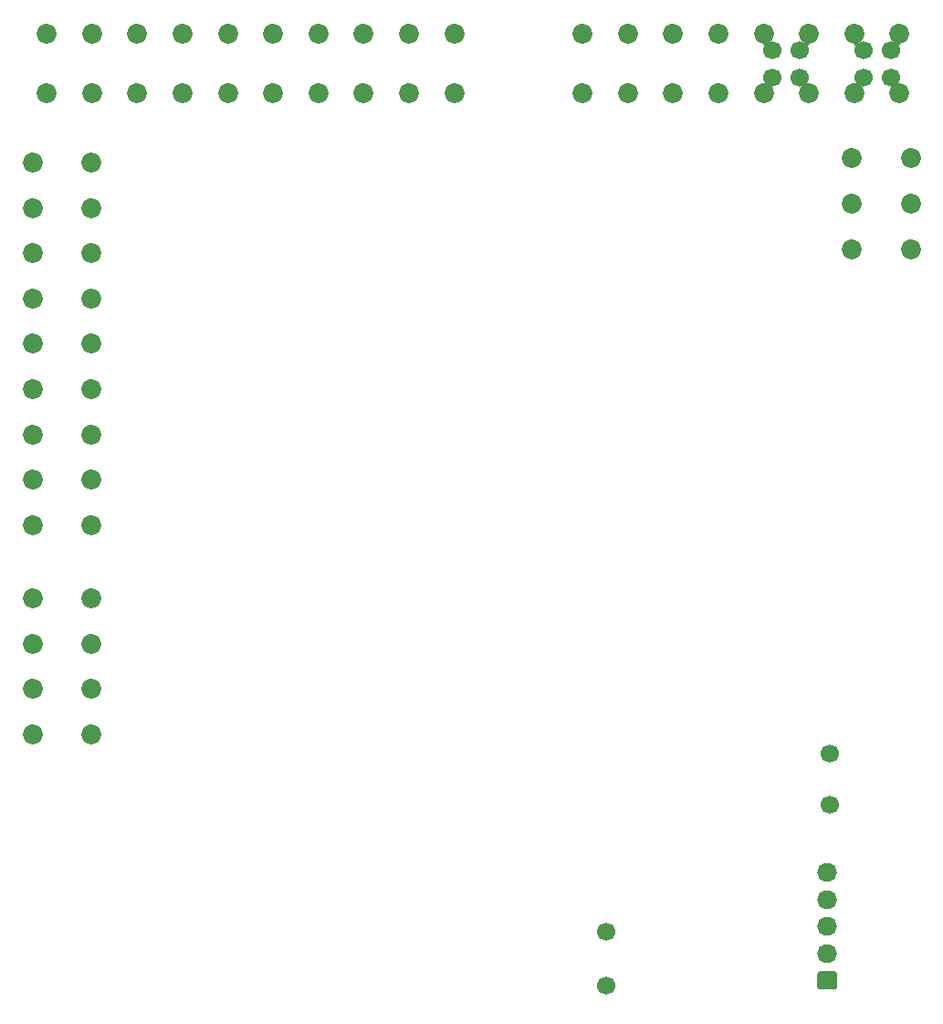
<source format=gtl>
G04 #@! TF.GenerationSoftware,KiCad,Pcbnew,7.0.5*
G04 #@! TF.CreationDate,2024-01-29T23:54:35+03:00*
G04 #@! TF.ProjectId,uaefi-module,75616566-692d-46d6-9f64-756c652e6b69,rev?*
G04 #@! TF.SameCoordinates,PX55d4a80PY8f0d180*
G04 #@! TF.FileFunction,Copper,L1,Top*
G04 #@! TF.FilePolarity,Positive*
%FSLAX46Y46*%
G04 Gerber Fmt 4.6, Leading zero omitted, Abs format (unit mm)*
G04 Created by KiCad (PCBNEW 7.0.5) date 2024-01-29 23:54:35*
%MOMM*%
%LPD*%
G01*
G04 APERTURE LIST*
G04 #@! TA.AperFunction,ComponentPad*
%ADD10C,1.850000*%
G04 #@! TD*
G04 #@! TA.AperFunction,ComponentPad*
%ADD11C,1.700000*%
G04 #@! TD*
G04 #@! TA.AperFunction,ComponentPad*
%ADD12O,1.850000X1.700000*%
G04 #@! TD*
G04 #@! TA.AperFunction,ComponentPad*
%ADD13C,1.800000*%
G04 #@! TD*
G04 #@! TA.AperFunction,Conductor*
%ADD14C,0.500000*%
G04 #@! TD*
G04 #@! TA.AperFunction,Conductor*
%ADD15C,0.200000*%
G04 #@! TD*
G04 APERTURE END LIST*
D10*
G04 #@! TO.P,P4,1*
G04 #@! TO.N,Net-(BRD1-GND-PadA4)*
X9300126Y38400000D03*
G04 #@! TD*
G04 #@! TO.P,P20,1*
G04 #@! TO.N,Net-(BRD1-OUT_IGN3)*
X14800126Y53600000D03*
G04 #@! TD*
G04 #@! TO.P,P54,1*
G04 #@! TO.N,Net-(BRD1-CAN-)*
X89725126Y90725000D03*
G04 #@! TD*
G04 #@! TO.P,P19,1*
G04 #@! TO.N,Net-(BRD1-OUT_IGN4)*
X14800126Y49400000D03*
G04 #@! TD*
G04 #@! TO.P,P29,1*
G04 #@! TO.N,Net-(BRD1-IN_AUX2)*
X19025126Y90725000D03*
G04 #@! TD*
D11*
G04 #@! TO.P,P71,1,Pin_1*
G04 #@! TO.N,Net-(BRD1-LED_YELLOW)*
X62525126Y2500000D03*
G04 #@! TD*
D10*
G04 #@! TO.P,P14,1*
G04 #@! TO.N,Net-(BRD1-OUT_INJ1)*
X9300126Y66200000D03*
G04 #@! TD*
G04 #@! TO.P,P47,1*
G04 #@! TO.N,Net-(BRD1-IN_AUX1)*
X60325126Y90725000D03*
G04 #@! TD*
G04 #@! TO.P,P62,1*
G04 #@! TO.N,Net-(BRD1-IN_CLT)*
X89725126Y85225000D03*
G04 #@! TD*
G04 #@! TO.P,P13,1*
G04 #@! TO.N,Net-(BRD1-OUT_INJ2)*
X9300126Y62000000D03*
G04 #@! TD*
G04 #@! TO.P,P12,1*
G04 #@! TO.N,Net-(BRD1-OUT_INJ3)*
X9300126Y57800000D03*
G04 #@! TD*
G04 #@! TO.P,P36,1*
G04 #@! TO.N,Net-(BRD1-EGT+)*
X48425126Y90725000D03*
G04 #@! TD*
G04 #@! TO.P,P67,1*
G04 #@! TO.N,Net-(BRD1-WBO_Ip)*
X85250126Y75000000D03*
G04 #@! TD*
G04 #@! TO.P,P52,1*
G04 #@! TO.N,Net-(BRD1-IN_PPS1)*
X81325126Y90725000D03*
G04 #@! TD*
G04 #@! TO.P,P35,1*
G04 #@! TO.N,Net-(BRD1-IN_BUTTON3)*
X44225126Y90725000D03*
G04 #@! TD*
G04 #@! TO.P,P32,1*
G04 #@! TO.N,Net-(BRD1-IN_HALL2)*
X31625126Y90725000D03*
G04 #@! TD*
G04 #@! TO.P,P17,1*
G04 #@! TO.N,Net-(BRD1-OUT_LS_WEAK1)*
X9300126Y78800000D03*
G04 #@! TD*
G04 #@! TO.P,P65,1*
G04 #@! TO.N,Net-(BRD1-WBO_Heater)*
X90750126Y70800000D03*
G04 #@! TD*
G04 #@! TO.P,P60,1*
G04 #@! TO.N,Net-(BRD1-IN_KNOCK_RAW)*
X81325126Y85225000D03*
G04 #@! TD*
G04 #@! TO.P,P30,1*
G04 #@! TO.N,Net-(BRD1-IN_PPS2)*
X23225126Y90725000D03*
G04 #@! TD*
G04 #@! TO.P,P11,1*
G04 #@! TO.N,Net-(BRD1-OUT_INJ4)*
X9300126Y53600000D03*
G04 #@! TD*
G04 #@! TO.P,P33,1*
G04 #@! TO.N,Net-(BRD1-IN_HALL3)*
X35825126Y90725000D03*
G04 #@! TD*
G04 #@! TO.P,P43,1*
G04 #@! TO.N,Net-(BRD1-VR2-)*
X35825126Y85225000D03*
G04 #@! TD*
G04 #@! TO.P,P61,1*
G04 #@! TO.N,Net-(BRD1-IN_IAT)*
X85525126Y85245000D03*
G04 #@! TD*
G04 #@! TO.P,P8,1*
G04 #@! TO.N,Net-(BRD1-IN_V_MAIN)*
X14800126Y38400000D03*
G04 #@! TD*
G04 #@! TO.P,P25,1*
G04 #@! TO.N,Net-(BRD1-OUT_LS3)*
X14800126Y74600000D03*
G04 #@! TD*
G04 #@! TO.P,P48,1*
G04 #@! TO.N,Net-(BRD1-IN_BUTTON1)*
X64525126Y90725000D03*
G04 #@! TD*
G04 #@! TO.P,P49,1*
G04 #@! TO.N,Net-(BRD1-+5VP-PadD3)*
X68725126Y90725000D03*
G04 #@! TD*
G04 #@! TO.P,J1,1,Pin_1*
G04 #@! TO.N,Net-(BRD1-VBUS)*
G04 #@! TA.AperFunction,ComponentPad*
G36*
G01*
X83700126Y2150000D02*
X82350126Y2150000D01*
G75*
G02*
X82100126Y2400000I0J250000D01*
G01*
X82100126Y3600000D01*
G75*
G02*
X82350126Y3850000I250000J0D01*
G01*
X83700126Y3850000D01*
G75*
G02*
X83950126Y3600000I0J-250000D01*
G01*
X83950126Y2400000D01*
G75*
G02*
X83700126Y2150000I-250000J0D01*
G01*
G37*
G04 #@! TD.AperFunction*
D12*
G04 #@! TO.P,J1,2,Pin_2*
G04 #@! TO.N,Net-(BRD1-USB-)*
X83025126Y5500000D03*
G04 #@! TO.P,J1,3,Pin_3*
G04 #@! TO.N,Net-(BRD1-USB+)*
X83025126Y8000000D03*
G04 #@! TO.P,J1,4,Pin_4*
G04 #@! TO.N,Net-(J1-Pin_4)*
X83025126Y10500000D03*
G04 #@! TO.P,J1,5,Pin_5*
G04 #@! TO.N,Net-(J1-Pin_5)*
X83025126Y13000000D03*
G04 #@! TD*
D10*
G04 #@! TO.P,P56,1*
G04 #@! TO.N,Net-(BRD1-IN_BUTTON2)*
X64525126Y85225000D03*
G04 #@! TD*
G04 #@! TO.P,P59,1*
G04 #@! TO.N,Net-(BRD1-IN_TPS1)*
X77125126Y85225000D03*
G04 #@! TD*
G04 #@! TO.P,P50,1*
G04 #@! TO.N,Net-(BRD1-+5VP-PadD4)*
X72925126Y90725000D03*
G04 #@! TD*
G04 #@! TO.P,P6,1*
G04 #@! TO.N,Net-(BRD1-OUT_DC2+)*
X14800126Y30000000D03*
G04 #@! TD*
G04 #@! TO.P,P44,1*
G04 #@! TO.N,Net-(BRD1-VR1+)*
X40025126Y85225000D03*
G04 #@! TD*
G04 #@! TO.P,P23,1*
G04 #@! TO.N,Net-(BRD1-OUT_IGN1)*
X14800126Y66200000D03*
G04 #@! TD*
G04 #@! TO.P,P55,1*
G04 #@! TO.N,Net-(BRD1-IN_MAP)*
X60325126Y85225000D03*
G04 #@! TD*
G04 #@! TO.P,P2,1*
G04 #@! TO.N,Net-(BRD1-OUT_DC2)*
X9300126Y30000000D03*
G04 #@! TD*
G04 #@! TO.P,P27,1*
G04 #@! TO.N,Net-(BRD1-+5VP-PadC1)*
X10625126Y90725000D03*
G04 #@! TD*
G04 #@! TO.P,P66,1*
G04 #@! TO.N,Net-(BRD1-WBO_Un)*
X85250126Y79200000D03*
G04 #@! TD*
G04 #@! TO.P,P58,1*
G04 #@! TO.N,Net-(BRD1-GNDA-PadD12)*
X72925126Y85225000D03*
G04 #@! TD*
G04 #@! TO.P,P15,1*
G04 #@! TO.N,Net-(BRD1-OUT_LS1)*
X9300126Y70400000D03*
G04 #@! TD*
G04 #@! TO.P,P39,1*
G04 #@! TO.N,Net-(BRD1-GNDA-PadC13)*
X19025126Y85225000D03*
G04 #@! TD*
G04 #@! TO.P,P42,1*
G04 #@! TO.N,Net-(BRD1-VR2+)*
X31625126Y85225000D03*
G04 #@! TD*
G04 #@! TO.P,P3,1*
G04 #@! TO.N,Net-(BRD1-GND-PadA3)*
X9300126Y34200000D03*
G04 #@! TD*
G04 #@! TO.P,P26,1*
G04 #@! TO.N,Net-(BRD1-OUT_LS2)*
X14800126Y78800000D03*
G04 #@! TD*
G04 #@! TO.P,P9,1*
G04 #@! TO.N,Net-(BRD1-OUT_INJ6)*
X9300126Y45200000D03*
G04 #@! TD*
G04 #@! TO.P,P53,1*
G04 #@! TO.N,Net-(BRD1-CAN+)*
X85525126Y90725000D03*
G04 #@! TD*
G04 #@! TO.P,P64,1*
G04 #@! TO.N,Net-(BRD1-WBO_Rtrim)*
X90750126Y75000000D03*
G04 #@! TD*
G04 #@! TO.P,BRD1,A1,OUT_DC1*
G04 #@! TO.N,Net-(BRD1-OUT_DC1)*
X9300126Y25800000D03*
G04 #@! TO.P,BRD1,A2,OUT_DC2*
G04 #@! TO.N,Net-(BRD1-OUT_DC2)*
X9300126Y30000000D03*
G04 #@! TO.P,BRD1,A3,GND*
G04 #@! TO.N,Net-(BRD1-GND-PadA3)*
X9300126Y34200000D03*
G04 #@! TO.P,BRD1,A4,GND*
G04 #@! TO.N,Net-(BRD1-GND-PadA4)*
X9300126Y38400000D03*
G04 #@! TO.P,BRD1,A5,OUT_DC1+*
G04 #@! TO.N,Net-(BRD1-OUT_DC1+)*
X14800126Y25800000D03*
G04 #@! TO.P,BRD1,A6,OUT_DC2+*
G04 #@! TO.N,Net-(BRD1-OUT_DC2+)*
X14800126Y30000000D03*
G04 #@! TO.P,BRD1,A7,IN_VIGN*
G04 #@! TO.N,Net-(BRD1-IN_VIGN)*
X14800126Y34200000D03*
G04 #@! TO.P,BRD1,A8,IN_V_MAIN*
G04 #@! TO.N,Net-(BRD1-IN_V_MAIN)*
X14800126Y38400000D03*
G04 #@! TO.P,BRD1,B1,OUT_INJ6*
G04 #@! TO.N,Net-(BRD1-OUT_INJ6)*
X9300126Y45200000D03*
G04 #@! TO.P,BRD1,B2,OUT_INJ5*
G04 #@! TO.N,Net-(BRD1-OUT_INJ5)*
X9300126Y49400000D03*
G04 #@! TO.P,BRD1,B3,OUT_INJ4*
G04 #@! TO.N,Net-(BRD1-OUT_INJ4)*
X9300126Y53600000D03*
G04 #@! TO.P,BRD1,B4,OUT_INJ3*
G04 #@! TO.N,Net-(BRD1-OUT_INJ3)*
X9300126Y57800000D03*
G04 #@! TO.P,BRD1,B5,OUT_INJ2*
G04 #@! TO.N,Net-(BRD1-OUT_INJ2)*
X9300126Y62000000D03*
G04 #@! TO.P,BRD1,B6,OUT_INJ1*
G04 #@! TO.N,Net-(BRD1-OUT_INJ1)*
X9300126Y66200000D03*
G04 #@! TO.P,BRD1,B7,OUT_LS1*
G04 #@! TO.N,Net-(BRD1-OUT_LS1)*
X9300126Y70400000D03*
G04 #@! TO.P,BRD1,B8,OUT_LS_WEAK2*
G04 #@! TO.N,Net-(BRD1-OUT_LS_WEAK2)*
X9300126Y74600000D03*
G04 #@! TO.P,BRD1,B9,OUT_LS_WEAK1*
G04 #@! TO.N,Net-(BRD1-OUT_LS_WEAK1)*
X9300126Y78800000D03*
G04 #@! TO.P,BRD1,B10,OUT_IGN6*
G04 #@! TO.N,Net-(BRD1-OUT_IGN6)*
X14800126Y45200000D03*
G04 #@! TO.P,BRD1,B11,OUT_IGN4*
G04 #@! TO.N,Net-(BRD1-OUT_IGN4)*
X14800126Y49400000D03*
G04 #@! TO.P,BRD1,B12,OUT_IGN3*
G04 #@! TO.N,Net-(BRD1-OUT_IGN3)*
X14800126Y53600000D03*
G04 #@! TO.P,BRD1,B13,OUT_IGN5*
G04 #@! TO.N,Net-(BRD1-OUT_IGN5)*
X14800126Y57800000D03*
G04 #@! TO.P,BRD1,B14,OUT_IGN2*
G04 #@! TO.N,Net-(BRD1-OUT_IGN2)*
X14800126Y62000000D03*
G04 #@! TO.P,BRD1,B15,OUT_IGN1*
G04 #@! TO.N,Net-(BRD1-OUT_IGN1)*
X14800126Y66200000D03*
G04 #@! TO.P,BRD1,B16,OUT_LS4*
G04 #@! TO.N,Net-(BRD1-OUT_LS4)*
X14800126Y70400000D03*
G04 #@! TO.P,BRD1,B17,OUT_LS3*
G04 #@! TO.N,Net-(BRD1-OUT_LS3)*
X14800126Y74600000D03*
G04 #@! TO.P,BRD1,B18,OUT_LS2*
G04 #@! TO.N,Net-(BRD1-OUT_LS2)*
X14800126Y78800000D03*
G04 #@! TO.P,BRD1,C1,+5VP*
G04 #@! TO.N,Net-(BRD1-+5VP-PadC1)*
X10625126Y90725000D03*
G04 #@! TO.P,BRD1,C2,+5VP*
G04 #@! TO.N,Net-(BRD1-+5VP-PadC2)*
X14825126Y90725000D03*
G04 #@! TO.P,BRD1,C3,IN_AUX2*
G04 #@! TO.N,Net-(BRD1-IN_AUX2)*
X19025126Y90725000D03*
G04 #@! TO.P,BRD1,C4,IN_PPS2*
G04 #@! TO.N,Net-(BRD1-IN_PPS2)*
X23225126Y90725000D03*
G04 #@! TO.P,BRD1,C5,IN_HALL1*
G04 #@! TO.N,Net-(BRD1-IN_HALL1)*
X27425126Y90725000D03*
G04 #@! TO.P,BRD1,C6,IN_HALL2*
G04 #@! TO.N,Net-(BRD1-IN_HALL2)*
X31625126Y90725000D03*
G04 #@! TO.P,BRD1,C7,IN_HALL3*
G04 #@! TO.N,Net-(BRD1-IN_HALL3)*
X35825126Y90725000D03*
G04 #@! TO.P,BRD1,C8,GND*
G04 #@! TO.N,Net-(BRD1-GND-PadC8)*
X40025126Y90725000D03*
G04 #@! TO.P,BRD1,C9,IN_BUTTON3*
G04 #@! TO.N,Net-(BRD1-IN_BUTTON3)*
X44225126Y90725000D03*
G04 #@! TO.P,BRD1,C10,EGT+*
G04 #@! TO.N,Net-(BRD1-EGT+)*
X48425126Y90725000D03*
G04 #@! TO.P,BRD1,C11,GNDA*
G04 #@! TO.N,Net-(BRD1-GNDA-PadC11)*
X10625126Y85225000D03*
G04 #@! TO.P,BRD1,C12,GNDA*
G04 #@! TO.N,Net-(BRD1-GNDA-PadC12)*
X14825126Y85225000D03*
G04 #@! TO.P,BRD1,C13,GNDA*
G04 #@! TO.N,Net-(BRD1-GNDA-PadC13)*
X19025126Y85225000D03*
G04 #@! TO.P,BRD1,C14,IN_TPS2*
G04 #@! TO.N,Net-(BRD1-IN_TPS2)*
X23225126Y85225000D03*
G04 #@! TO.P,BRD1,C15,IN_AUX3*
G04 #@! TO.N,Net-(BRD1-IN_AUX3)*
X27425126Y85225000D03*
G04 #@! TO.P,BRD1,C16,VR2+*
G04 #@! TO.N,Net-(BRD1-VR2+)*
X31625126Y85225000D03*
G04 #@! TO.P,BRD1,C17,VR2-*
G04 #@! TO.N,Net-(BRD1-VR2-)*
X35825126Y85225000D03*
D13*
G04 #@! TO.P,BRD1,C18,VR1+*
G04 #@! TO.N,Net-(BRD1-VR1+)*
X40025126Y85225000D03*
D10*
G04 #@! TO.P,BRD1,C19,VR1-*
G04 #@! TO.N,Net-(BRD1-VR1-)*
X44225126Y85225000D03*
G04 #@! TO.P,BRD1,C20,EGT-*
G04 #@! TO.N,Net-(BRD1-EGT-)*
X48425126Y85225000D03*
G04 #@! TO.P,BRD1,D1,IN_AUX1*
G04 #@! TO.N,Net-(BRD1-IN_AUX1)*
X60325126Y90725000D03*
G04 #@! TO.P,BRD1,D2,IN_BUTTON1*
G04 #@! TO.N,Net-(BRD1-IN_BUTTON1)*
X64525126Y90725000D03*
G04 #@! TO.P,BRD1,D3,+5VP*
G04 #@! TO.N,Net-(BRD1-+5VP-PadD3)*
X68725126Y90725000D03*
G04 #@! TO.P,BRD1,D4,+5VP*
G04 #@! TO.N,Net-(BRD1-+5VP-PadD4)*
X72925126Y90725000D03*
G04 #@! TO.P,BRD1,D5,IN_FLEX*
G04 #@! TO.N,Net-(BRD1-IN_FLEX)*
X77125126Y90725000D03*
D11*
X77912563Y89187437D03*
G04 #@! TO.P,BRD1,D6,IN_PPS1*
G04 #@! TO.N,Net-(BRD1-IN_PPS1)*
X80452563Y89187437D03*
D10*
X81325126Y90725000D03*
G04 #@! TO.P,BRD1,D7,CAN+*
G04 #@! TO.N,Net-(BRD1-CAN+)*
X85525126Y90725000D03*
D11*
X86372563Y89187437D03*
G04 #@! TO.P,BRD1,D8,CAN-*
G04 #@! TO.N,Net-(BRD1-CAN-)*
X88912563Y89187437D03*
D10*
X89725126Y90725000D03*
G04 #@! TO.P,BRD1,D9,IN_MAP*
G04 #@! TO.N,Net-(BRD1-IN_MAP)*
X60325126Y85225000D03*
G04 #@! TO.P,BRD1,D10,IN_BUTTON2*
G04 #@! TO.N,Net-(BRD1-IN_BUTTON2)*
X64525126Y85225000D03*
G04 #@! TO.P,BRD1,D11,GNDA*
G04 #@! TO.N,Net-(BRD1-GNDA-PadD11)*
X68725126Y85225000D03*
G04 #@! TO.P,BRD1,D12,GNDA*
G04 #@! TO.N,Net-(BRD1-GNDA-PadD12)*
X72925126Y85225000D03*
G04 #@! TO.P,BRD1,D13,IN_TPS1*
G04 #@! TO.N,Net-(BRD1-IN_TPS1)*
X77125126Y85225000D03*
D11*
X77912563Y86647437D03*
G04 #@! TO.P,BRD1,D14,IN_KNOCK_RAW*
G04 #@! TO.N,Net-(BRD1-IN_KNOCK_RAW)*
X80452563Y86647437D03*
D10*
X81325126Y85225000D03*
G04 #@! TO.P,BRD1,D15,IN_IAT*
G04 #@! TO.N,Net-(BRD1-IN_IAT)*
X85525126Y85225000D03*
D11*
X86372563Y86647437D03*
G04 #@! TO.P,BRD1,D16,IN_CLT*
G04 #@! TO.N,Net-(BRD1-IN_CLT)*
X88912563Y86647437D03*
D10*
X89725126Y85225000D03*
G04 #@! TO.P,BRD1,E1,+12V_RAW*
G04 #@! TO.N,Net-(BRD1-+12V_RAW)*
X90750126Y79200000D03*
G04 #@! TO.P,BRD1,E2,WBO_Rtrim*
G04 #@! TO.N,Net-(BRD1-WBO_Rtrim)*
X90750126Y75000000D03*
G04 #@! TO.P,BRD1,E3,WBO_Heater*
G04 #@! TO.N,Net-(BRD1-WBO_Heater)*
X90750126Y70800000D03*
G04 #@! TO.P,BRD1,E4,WBO_Un*
G04 #@! TO.N,Net-(BRD1-WBO_Un)*
X85250126Y79200000D03*
G04 #@! TO.P,BRD1,E5,WBO_Ip*
G04 #@! TO.N,Net-(BRD1-WBO_Ip)*
X85250126Y75000000D03*
G04 #@! TO.P,BRD1,E6,WBO_Vm*
G04 #@! TO.N,Net-(BRD1-WBO_Vm)*
X85250126Y70800000D03*
G04 #@! TO.P,BRD1,J1,VBUS*
G04 #@! TO.N,Net-(BRD1-VBUS)*
G04 #@! TA.AperFunction,ComponentPad*
G36*
G01*
X83700126Y2150000D02*
X82350126Y2150000D01*
G75*
G02*
X82100126Y2400000I0J250000D01*
G01*
X82100126Y3600000D01*
G75*
G02*
X82350126Y3850000I250000J0D01*
G01*
X83700126Y3850000D01*
G75*
G02*
X83950126Y3600000I0J-250000D01*
G01*
X83950126Y2400000D01*
G75*
G02*
X83700126Y2150000I-250000J0D01*
G01*
G37*
G04 #@! TD.AperFunction*
D12*
G04 #@! TO.P,BRD1,J2,USB-*
G04 #@! TO.N,Net-(BRD1-USB-)*
X83025126Y5500000D03*
G04 #@! TO.P,BRD1,J3,USB+*
G04 #@! TO.N,Net-(BRD1-USB+)*
X83025126Y8000000D03*
G04 #@! TO.P,BRD1,J4,GND*
G04 #@! TO.N,Net-(J1-Pin_4)*
X83025126Y10500000D03*
G04 #@! TO.P,BRD1,J5,GND*
G04 #@! TO.N,Net-(J1-Pin_5)*
X83025126Y13000000D03*
D11*
G04 #@! TO.P,BRD1,P3,LED_YELLOW*
G04 #@! TO.N,Net-(BRD1-LED_YELLOW)*
X62525126Y2500000D03*
G04 #@! TO.P,BRD1,P4,LED_GREEN*
G04 #@! TO.N,Net-(BRD1-LED_GREEN)*
X62525126Y7500000D03*
G04 #@! TO.P,BRD1,P7,Rx*
G04 #@! TO.N,Net-(BRD1-Rx)*
X83225126Y24000000D03*
G04 #@! TO.P,BRD1,P8,Tx*
G04 #@! TO.N,Net-(BRD1-Tx)*
X83225126Y19300000D03*
G04 #@! TD*
D10*
G04 #@! TO.P,P41,1*
G04 #@! TO.N,Net-(BRD1-IN_AUX3)*
X27425126Y85225000D03*
G04 #@! TD*
G04 #@! TO.P,P63,1*
G04 #@! TO.N,Net-(BRD1-+12V_RAW)*
X90750126Y79200000D03*
G04 #@! TD*
D11*
G04 #@! TO.P,P72,1,Pin_1*
G04 #@! TO.N,Net-(BRD1-LED_GREEN)*
X62525126Y7500000D03*
G04 #@! TD*
D10*
G04 #@! TO.P,P7,1*
G04 #@! TO.N,Net-(BRD1-IN_VIGN)*
X14800126Y34200000D03*
G04 #@! TD*
G04 #@! TO.P,P34,1*
G04 #@! TO.N,Net-(BRD1-GND-PadC8)*
X40025126Y90725000D03*
G04 #@! TD*
G04 #@! TO.P,P45,1*
G04 #@! TO.N,Net-(BRD1-VR1-)*
X44225126Y85225000D03*
G04 #@! TD*
D11*
G04 #@! TO.P,P69,1,Pin_1*
G04 #@! TO.N,Net-(BRD1-Rx)*
X83225126Y24000000D03*
G04 #@! TD*
D10*
G04 #@! TO.P,P22,1*
G04 #@! TO.N,Net-(BRD1-OUT_IGN2)*
X14800126Y62000000D03*
G04 #@! TD*
G04 #@! TO.P,P28,1*
G04 #@! TO.N,Net-(BRD1-+5VP-PadC2)*
X14825126Y90725000D03*
G04 #@! TD*
G04 #@! TO.P,P16,1*
G04 #@! TO.N,Net-(BRD1-OUT_LS_WEAK2)*
X9300126Y74600000D03*
G04 #@! TD*
G04 #@! TO.P,P1,1*
G04 #@! TO.N,Net-(BRD1-OUT_DC1)*
X9300126Y25800000D03*
G04 #@! TD*
G04 #@! TO.P,P37,1*
G04 #@! TO.N,Net-(BRD1-GNDA-PadC11)*
X10625126Y85225000D03*
G04 #@! TD*
G04 #@! TO.P,P46,1*
G04 #@! TO.N,Net-(BRD1-EGT-)*
X48425126Y85225000D03*
G04 #@! TD*
G04 #@! TO.P,P51,1*
G04 #@! TO.N,Net-(BRD1-IN_FLEX)*
X77125126Y90725000D03*
G04 #@! TD*
G04 #@! TO.P,P40,1*
G04 #@! TO.N,Net-(BRD1-IN_TPS2)*
X23225126Y85225000D03*
G04 #@! TD*
G04 #@! TO.P,P31,1*
G04 #@! TO.N,Net-(BRD1-IN_HALL1)*
X27425126Y90725000D03*
G04 #@! TD*
G04 #@! TO.P,P38,1*
G04 #@! TO.N,Net-(BRD1-GNDA-PadC12)*
X14825126Y85225000D03*
G04 #@! TD*
D11*
G04 #@! TO.P,P70,1,Pin_1*
G04 #@! TO.N,Net-(BRD1-Tx)*
X83225126Y19300000D03*
G04 #@! TD*
D10*
G04 #@! TO.P,P21,1*
G04 #@! TO.N,Net-(BRD1-OUT_IGN5)*
X14800126Y57800000D03*
G04 #@! TD*
G04 #@! TO.P,P5,1*
G04 #@! TO.N,Net-(BRD1-OUT_DC1+)*
X14800126Y25800000D03*
G04 #@! TD*
G04 #@! TO.P,P68,1*
G04 #@! TO.N,Net-(BRD1-WBO_Vm)*
X85250126Y70800000D03*
G04 #@! TD*
G04 #@! TO.P,P24,1*
G04 #@! TO.N,Net-(BRD1-OUT_LS4)*
X14800126Y70400000D03*
G04 #@! TD*
G04 #@! TO.P,P10,1*
G04 #@! TO.N,Net-(BRD1-OUT_INJ5)*
X9300126Y49400000D03*
G04 #@! TD*
G04 #@! TO.P,P57,1*
G04 #@! TO.N,Net-(BRD1-GNDA-PadD11)*
X68725126Y85225000D03*
G04 #@! TD*
G04 #@! TO.P,P18,1*
G04 #@! TO.N,Net-(BRD1-OUT_IGN6)*
X14800126Y45200000D03*
G04 #@! TD*
D14*
G04 #@! TO.N,Net-(BRD1-IN_FLEX)*
X77125126Y90725000D02*
X77125126Y90389088D01*
X77418019Y89681981D02*
X77912563Y89187437D01*
X77125110Y90389088D02*
G75*
G03*
X77418019Y89681981I999990J12D01*
G01*
G04 #@! TO.N,Net-(BRD1-IN_PPS1)*
X81032233Y89767107D02*
X80452563Y89187437D01*
X81325126Y90725000D02*
X81325126Y90474214D01*
X81032245Y89767095D02*
G75*
G03*
X81325126Y90474214I-707145J707105D01*
G01*
G04 #@! TO.N,Net-(BRD1-CAN+)*
X85818019Y89741981D02*
X86372563Y89187437D01*
X85525126Y90725000D02*
X85525126Y90449088D01*
X85525110Y90449088D02*
G75*
G03*
X85818019Y89741981I999990J12D01*
G01*
G04 #@! TO.N,Net-(BRD1-CAN-)*
X89432233Y89707107D02*
X88912563Y89187437D01*
X89725126Y90725000D02*
X89725126Y90414214D01*
X89432245Y89707095D02*
G75*
G03*
X89725126Y90414214I-707145J707105D01*
G01*
D15*
G04 #@! TO.N,Net-(BRD1-IN_TPS1)*
X77125126Y85860000D02*
X77912563Y86647437D01*
X77125126Y85225000D02*
X77125126Y85860000D01*
G04 #@! TO.N,Net-(BRD1-IN_KNOCK_RAW)*
X81325126Y85225000D02*
X81325126Y85774874D01*
X81325126Y85774874D02*
X80452563Y86647437D01*
G04 #@! TO.N,Net-(BRD1-IN_IAT)*
X85525126Y85245000D02*
X85525126Y85800000D01*
X85525126Y85800000D02*
X86372563Y86647437D01*
G04 #@! TO.N,Net-(BRD1-IN_CLT)*
X89725126Y85225000D02*
X89725126Y85834874D01*
X89725126Y85834874D02*
X88912563Y86647437D01*
G04 #@! TD*
M02*

</source>
